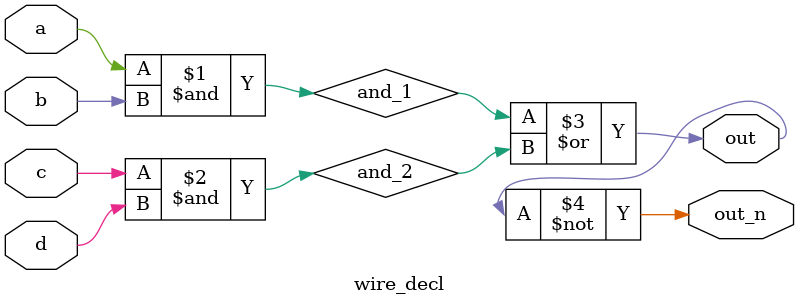
<source format=v>
`default_nettype none

module wire_decl(
	input a,
	input b,
	input c,
	input d,
	output out,
	output out_n
);

	wire and_1, and_2;
	assign and_1 = a & b;
	assign and_2 = c & d;
	assign out = and_1 | and_2;
	assign out_n = ~out;
	
endmodule 
</source>
